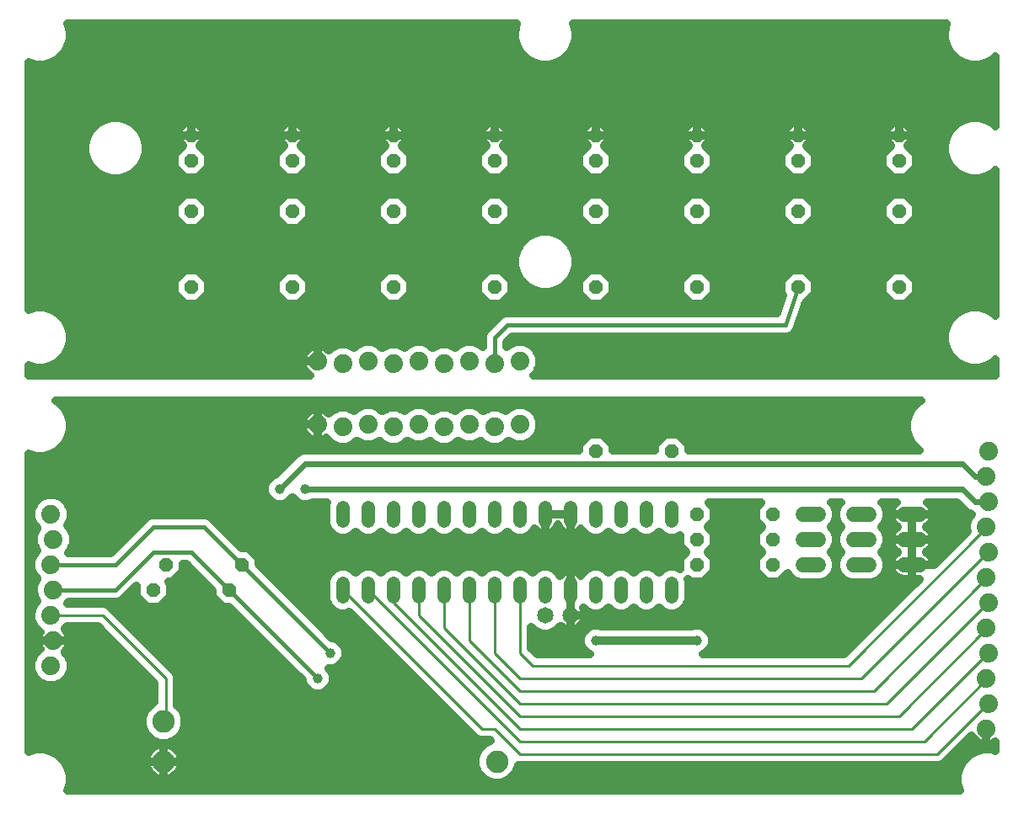
<source format=gbl>
G75*
%MOIN*%
%OFA0B0*%
%FSLAX25Y25*%
%IPPOS*%
%LPD*%
%AMOC8*
5,1,8,0,0,1.08239X$1,22.5*
%
%ADD10C,0.05200*%
%ADD11C,0.07400*%
%ADD12OC8,0.05200*%
%ADD13C,0.06000*%
%ADD14C,0.06500*%
%ADD15C,0.08858*%
%ADD16C,0.03962*%
%ADD17C,0.03200*%
%ADD18C,0.01000*%
%ADD19C,0.02400*%
%ADD20C,0.01600*%
D10*
X0132600Y0085000D02*
X0132600Y0090200D01*
X0142600Y0090200D02*
X0142600Y0085000D01*
X0152600Y0085000D02*
X0152600Y0090200D01*
X0162600Y0090200D02*
X0162600Y0085000D01*
X0172600Y0085000D02*
X0172600Y0090200D01*
X0182600Y0090200D02*
X0182600Y0085000D01*
X0192600Y0085000D02*
X0192600Y0090200D01*
X0202600Y0090200D02*
X0202600Y0085000D01*
X0212600Y0085000D02*
X0212600Y0090200D01*
X0222600Y0090200D02*
X0222600Y0085000D01*
X0232600Y0085000D02*
X0232600Y0090200D01*
X0242600Y0090200D02*
X0242600Y0085000D01*
X0252600Y0085000D02*
X0252600Y0090200D01*
X0262600Y0090200D02*
X0262600Y0085000D01*
X0262600Y0115000D02*
X0262600Y0120200D01*
X0252600Y0120200D02*
X0252600Y0115000D01*
X0242600Y0115000D02*
X0242600Y0120200D01*
X0232600Y0120200D02*
X0232600Y0115000D01*
X0222600Y0115000D02*
X0222600Y0120200D01*
X0212600Y0120200D02*
X0212600Y0115000D01*
X0202600Y0115000D02*
X0202600Y0120200D01*
X0192600Y0120200D02*
X0192600Y0115000D01*
X0182600Y0115000D02*
X0182600Y0120200D01*
X0172600Y0120200D02*
X0172600Y0115000D01*
X0162600Y0115000D02*
X0162600Y0120200D01*
X0152600Y0120200D02*
X0152600Y0115000D01*
X0142600Y0115000D02*
X0142600Y0120200D01*
X0132600Y0120200D02*
X0132600Y0115000D01*
D11*
X0132600Y0152100D03*
X0142600Y0153100D03*
X0152600Y0152100D03*
X0162600Y0153100D03*
X0172600Y0152100D03*
X0182600Y0153100D03*
X0192600Y0152100D03*
X0202600Y0153100D03*
X0202600Y0178100D03*
X0192600Y0177100D03*
X0182600Y0178100D03*
X0172600Y0177100D03*
X0162600Y0178100D03*
X0152600Y0177100D03*
X0142600Y0178100D03*
X0132600Y0177100D03*
X0122600Y0178100D03*
X0122600Y0153100D03*
X0017100Y0117600D03*
X0018100Y0107600D03*
X0017100Y0097600D03*
X0018100Y0087600D03*
X0017100Y0077600D03*
X0018100Y0067600D03*
X0017100Y0057600D03*
X0387100Y0052600D03*
X0388100Y0042600D03*
X0387100Y0032600D03*
X0388100Y0062600D03*
X0387100Y0072600D03*
X0388100Y0082600D03*
X0387100Y0092600D03*
X0388100Y0102600D03*
X0387100Y0112600D03*
X0388100Y0122600D03*
X0387100Y0132600D03*
X0388100Y0142600D03*
D12*
X0352600Y0207600D03*
X0352600Y0237600D03*
X0352600Y0257600D03*
X0352600Y0267600D03*
X0312600Y0267600D03*
X0312600Y0257600D03*
X0312600Y0237600D03*
X0312600Y0207600D03*
X0272600Y0207600D03*
X0272600Y0237600D03*
X0272600Y0257600D03*
X0272600Y0267600D03*
X0232600Y0267600D03*
X0232600Y0257600D03*
X0232600Y0237600D03*
X0232600Y0207600D03*
X0192600Y0207600D03*
X0192600Y0237600D03*
X0192600Y0257600D03*
X0192600Y0267600D03*
X0152600Y0267600D03*
X0152600Y0257600D03*
X0152600Y0237600D03*
X0152600Y0207600D03*
X0112600Y0207600D03*
X0112600Y0237600D03*
X0112600Y0257600D03*
X0112600Y0267600D03*
X0072600Y0267600D03*
X0072600Y0257600D03*
X0072600Y0237600D03*
X0072600Y0207600D03*
X0062600Y0097600D03*
X0057600Y0087600D03*
X0087600Y0087600D03*
X0092600Y0097600D03*
X0232600Y0142600D03*
X0262600Y0142600D03*
X0272600Y0117600D03*
X0272600Y0107600D03*
X0272600Y0097600D03*
X0302600Y0097600D03*
X0302600Y0107600D03*
X0302600Y0117600D03*
D13*
X0314600Y0117600D02*
X0320600Y0117600D01*
X0320600Y0107600D02*
X0314600Y0107600D01*
X0314600Y0097600D02*
X0320600Y0097600D01*
X0334600Y0097600D02*
X0340600Y0097600D01*
X0340600Y0107600D02*
X0334600Y0107600D01*
X0334600Y0117600D02*
X0340600Y0117600D01*
X0354600Y0117600D02*
X0360600Y0117600D01*
X0360600Y0107600D02*
X0354600Y0107600D01*
X0354600Y0097600D02*
X0360600Y0097600D01*
D14*
X0222600Y0077600D03*
X0212600Y0077600D03*
D15*
X0193545Y0019726D03*
X0061655Y0019726D03*
X0061655Y0035474D03*
D16*
X0122600Y0052600D03*
X0127600Y0062600D03*
X0117600Y0127600D03*
X0107600Y0127600D03*
X0232600Y0067600D03*
X0272600Y0067600D03*
D17*
X0024499Y0011033D02*
X0023740Y0008200D01*
X0376460Y0008200D01*
X0375701Y0011033D01*
X0375701Y0014167D01*
X0376512Y0017193D01*
X0378078Y0019906D01*
X0380294Y0022122D01*
X0383007Y0023688D01*
X0386033Y0024499D01*
X0389167Y0024499D01*
X0390701Y0024088D01*
X0390701Y0027429D01*
X0390402Y0027212D01*
X0389518Y0026762D01*
X0388575Y0026455D01*
X0387596Y0026300D01*
X0387100Y0026300D01*
X0387100Y0032600D01*
X0387100Y0032600D01*
X0387100Y0026300D01*
X0386604Y0026300D01*
X0385625Y0026455D01*
X0384682Y0026762D01*
X0383798Y0027212D01*
X0382996Y0027795D01*
X0382295Y0028496D01*
X0381712Y0029298D01*
X0381357Y0029993D01*
X0371415Y0020051D01*
X0370149Y0018785D01*
X0368495Y0018100D01*
X0201974Y0018100D01*
X0201974Y0018049D01*
X0200691Y0014951D01*
X0198320Y0012580D01*
X0195222Y0011297D01*
X0191868Y0011297D01*
X0188770Y0012580D01*
X0186399Y0014951D01*
X0185116Y0018049D01*
X0185116Y0021403D01*
X0186399Y0024501D01*
X0188770Y0026872D01*
X0191029Y0027807D01*
X0190736Y0028100D01*
X0186705Y0028100D01*
X0185051Y0028785D01*
X0134990Y0078846D01*
X0133913Y0078400D01*
X0131287Y0078400D01*
X0128861Y0079405D01*
X0127005Y0081261D01*
X0126000Y0083687D01*
X0126000Y0091513D01*
X0127005Y0093939D01*
X0128861Y0095795D01*
X0131287Y0096800D01*
X0133913Y0096800D01*
X0136339Y0095795D01*
X0137600Y0094534D01*
X0138861Y0095795D01*
X0141287Y0096800D01*
X0143913Y0096800D01*
X0146339Y0095795D01*
X0147600Y0094534D01*
X0148861Y0095795D01*
X0151287Y0096800D01*
X0153913Y0096800D01*
X0156339Y0095795D01*
X0157600Y0094534D01*
X0158861Y0095795D01*
X0161287Y0096800D01*
X0163913Y0096800D01*
X0166339Y0095795D01*
X0167600Y0094534D01*
X0168861Y0095795D01*
X0171287Y0096800D01*
X0173913Y0096800D01*
X0176339Y0095795D01*
X0177600Y0094534D01*
X0178861Y0095795D01*
X0181287Y0096800D01*
X0183913Y0096800D01*
X0186339Y0095795D01*
X0187600Y0094534D01*
X0188861Y0095795D01*
X0191287Y0096800D01*
X0193913Y0096800D01*
X0196339Y0095795D01*
X0197600Y0094534D01*
X0198861Y0095795D01*
X0201287Y0096800D01*
X0203913Y0096800D01*
X0206339Y0095795D01*
X0207600Y0094534D01*
X0208861Y0095795D01*
X0211287Y0096800D01*
X0213913Y0096800D01*
X0216339Y0095795D01*
X0218195Y0093939D01*
X0218447Y0093331D01*
X0218634Y0093588D01*
X0219212Y0094166D01*
X0219875Y0094647D01*
X0220604Y0095019D01*
X0221382Y0095272D01*
X0222191Y0095400D01*
X0222600Y0095400D01*
X0222600Y0087600D01*
X0222600Y0087600D01*
X0222600Y0095400D01*
X0223009Y0095400D01*
X0223818Y0095272D01*
X0224596Y0095019D01*
X0225325Y0094647D01*
X0225988Y0094166D01*
X0226566Y0093588D01*
X0226753Y0093331D01*
X0227005Y0093939D01*
X0228861Y0095795D01*
X0231287Y0096800D01*
X0233913Y0096800D01*
X0236339Y0095795D01*
X0237600Y0094534D01*
X0238861Y0095795D01*
X0241287Y0096800D01*
X0243913Y0096800D01*
X0246339Y0095795D01*
X0247600Y0094534D01*
X0248861Y0095795D01*
X0251287Y0096800D01*
X0253913Y0096800D01*
X0256339Y0095795D01*
X0257600Y0094534D01*
X0258861Y0095795D01*
X0261287Y0096800D01*
X0263913Y0096800D01*
X0266000Y0095935D01*
X0266000Y0100334D01*
X0268266Y0102600D01*
X0266000Y0104866D01*
X0266000Y0109265D01*
X0263913Y0108400D01*
X0261287Y0108400D01*
X0258861Y0109405D01*
X0257600Y0110666D01*
X0256339Y0109405D01*
X0253913Y0108400D01*
X0251287Y0108400D01*
X0248861Y0109405D01*
X0247600Y0110666D01*
X0246339Y0109405D01*
X0243913Y0108400D01*
X0241287Y0108400D01*
X0238861Y0109405D01*
X0237600Y0110666D01*
X0236339Y0109405D01*
X0233913Y0108400D01*
X0231287Y0108400D01*
X0228861Y0109405D01*
X0227005Y0111261D01*
X0226753Y0111869D01*
X0226566Y0111612D01*
X0225988Y0111034D01*
X0225325Y0110553D01*
X0224596Y0110181D01*
X0223818Y0109928D01*
X0223009Y0109800D01*
X0222600Y0109800D01*
X0222600Y0117600D01*
X0222600Y0117600D01*
X0222600Y0117600D01*
X0217800Y0117600D01*
X0212600Y0117600D01*
X0212600Y0117600D01*
X0212600Y0109800D01*
X0213009Y0109800D01*
X0213818Y0109928D01*
X0214596Y0110181D01*
X0215325Y0110553D01*
X0215988Y0111034D01*
X0216566Y0111612D01*
X0217047Y0112275D01*
X0217419Y0113004D01*
X0217600Y0113561D01*
X0217781Y0113004D01*
X0218153Y0112275D01*
X0218634Y0111612D01*
X0219212Y0111034D01*
X0219875Y0110553D01*
X0220604Y0110181D01*
X0221382Y0109928D01*
X0222191Y0109800D01*
X0222600Y0109800D01*
X0222600Y0117600D01*
X0212600Y0117600D01*
X0212600Y0117600D01*
X0212600Y0109800D01*
X0212191Y0109800D01*
X0211382Y0109928D01*
X0210604Y0110181D01*
X0209875Y0110553D01*
X0209212Y0111034D01*
X0208634Y0111612D01*
X0208447Y0111869D01*
X0208195Y0111261D01*
X0206339Y0109405D01*
X0203913Y0108400D01*
X0201287Y0108400D01*
X0198861Y0109405D01*
X0197600Y0110666D01*
X0196339Y0109405D01*
X0193913Y0108400D01*
X0191287Y0108400D01*
X0188861Y0109405D01*
X0187600Y0110666D01*
X0186339Y0109405D01*
X0183913Y0108400D01*
X0181287Y0108400D01*
X0178861Y0109405D01*
X0177600Y0110666D01*
X0176339Y0109405D01*
X0173913Y0108400D01*
X0171287Y0108400D01*
X0168861Y0109405D01*
X0167600Y0110666D01*
X0166339Y0109405D01*
X0163913Y0108400D01*
X0161287Y0108400D01*
X0158861Y0109405D01*
X0157600Y0110666D01*
X0156339Y0109405D01*
X0153913Y0108400D01*
X0151287Y0108400D01*
X0148861Y0109405D01*
X0147600Y0110666D01*
X0146339Y0109405D01*
X0143913Y0108400D01*
X0141287Y0108400D01*
X0138861Y0109405D01*
X0137600Y0110666D01*
X0136339Y0109405D01*
X0133913Y0108400D01*
X0131287Y0108400D01*
X0128861Y0109405D01*
X0127005Y0111261D01*
X0126000Y0113687D01*
X0126000Y0121513D01*
X0126367Y0122400D01*
X0120675Y0122400D01*
X0118790Y0121619D01*
X0116410Y0121619D01*
X0114212Y0122529D01*
X0112600Y0124141D01*
X0110988Y0122529D01*
X0108790Y0121619D01*
X0106410Y0121619D01*
X0104212Y0122529D01*
X0102529Y0124212D01*
X0101619Y0126410D01*
X0101619Y0128790D01*
X0102529Y0130988D01*
X0104212Y0132671D01*
X0106098Y0133452D01*
X0114654Y0142008D01*
X0116566Y0142800D01*
X0226000Y0142800D01*
X0226000Y0145334D01*
X0229866Y0149200D01*
X0235334Y0149200D01*
X0239200Y0145334D01*
X0239200Y0142800D01*
X0256000Y0142800D01*
X0256000Y0145334D01*
X0259866Y0149200D01*
X0265334Y0149200D01*
X0269200Y0145334D01*
X0269200Y0142800D01*
X0360776Y0142800D01*
X0360294Y0143078D01*
X0358078Y0145294D01*
X0356512Y0148007D01*
X0355701Y0151033D01*
X0355701Y0154167D01*
X0356512Y0157193D01*
X0358078Y0159906D01*
X0360294Y0162122D01*
X0361122Y0162600D01*
X0019078Y0162600D01*
X0019906Y0162122D01*
X0022122Y0159906D01*
X0023688Y0157193D01*
X0024499Y0154167D01*
X0024499Y0151033D01*
X0023688Y0148007D01*
X0022122Y0145294D01*
X0019906Y0143078D01*
X0017193Y0141512D01*
X0014167Y0140701D01*
X0011033Y0140701D01*
X0008200Y0141460D01*
X0008200Y0023740D01*
X0011033Y0024499D01*
X0014167Y0024499D01*
X0017193Y0023688D01*
X0019906Y0022122D01*
X0022122Y0019906D01*
X0023688Y0017193D01*
X0024499Y0014167D01*
X0024499Y0011033D01*
X0024499Y0012196D02*
X0189699Y0012196D01*
X0186216Y0015394D02*
X0067191Y0015394D01*
X0066951Y0015081D02*
X0067512Y0015812D01*
X0067973Y0016610D01*
X0068325Y0017462D01*
X0068564Y0018352D01*
X0068684Y0019265D01*
X0068684Y0019726D01*
X0068684Y0020187D01*
X0068564Y0021100D01*
X0068325Y0021990D01*
X0067973Y0022842D01*
X0067512Y0023640D01*
X0066951Y0024371D01*
X0066300Y0025022D01*
X0065569Y0025583D01*
X0064771Y0026044D01*
X0063919Y0026396D01*
X0063029Y0026635D01*
X0062116Y0026755D01*
X0061655Y0026755D01*
X0061194Y0026755D01*
X0060281Y0026635D01*
X0059391Y0026396D01*
X0058540Y0026044D01*
X0057742Y0025583D01*
X0057011Y0025022D01*
X0056359Y0024371D01*
X0055798Y0023640D01*
X0055337Y0022842D01*
X0054985Y0021990D01*
X0054746Y0021100D01*
X0054626Y0020187D01*
X0054626Y0019726D01*
X0061655Y0019726D01*
X0061655Y0019726D01*
X0054626Y0019726D01*
X0054626Y0019265D01*
X0054746Y0018352D01*
X0054985Y0017462D01*
X0055337Y0016610D01*
X0055798Y0015812D01*
X0056359Y0015081D01*
X0057011Y0014430D01*
X0057742Y0013869D01*
X0058540Y0013408D01*
X0059391Y0013056D01*
X0060281Y0012817D01*
X0061194Y0012697D01*
X0061655Y0012697D01*
X0061655Y0019726D01*
X0061655Y0026755D01*
X0061655Y0019726D01*
X0061655Y0019726D01*
X0061655Y0019726D01*
X0061655Y0012697D01*
X0062116Y0012697D01*
X0063029Y0012817D01*
X0063919Y0013056D01*
X0064771Y0013408D01*
X0065569Y0013869D01*
X0066300Y0014430D01*
X0066951Y0015081D01*
X0068596Y0018593D02*
X0185116Y0018593D01*
X0185277Y0021791D02*
X0068379Y0021791D01*
X0068684Y0019726D02*
X0061655Y0019726D01*
X0061655Y0019726D01*
X0068684Y0019726D01*
X0066332Y0024990D02*
X0186888Y0024990D01*
X0186492Y0028188D02*
X0066092Y0028188D01*
X0066430Y0028328D02*
X0068801Y0030699D01*
X0070084Y0033797D01*
X0070084Y0037151D01*
X0068801Y0040249D01*
X0067100Y0041950D01*
X0067100Y0053495D01*
X0066415Y0055149D01*
X0065149Y0056415D01*
X0040149Y0081415D01*
X0038495Y0082100D01*
X0023489Y0082100D01*
X0024189Y0082800D01*
X0043555Y0082800D01*
X0045319Y0083531D01*
X0046669Y0084881D01*
X0051000Y0089212D01*
X0051000Y0084866D01*
X0054866Y0081000D01*
X0060334Y0081000D01*
X0064200Y0084866D01*
X0064200Y0090334D01*
X0063534Y0091000D01*
X0065334Y0091000D01*
X0069200Y0094866D01*
X0069200Y0097800D01*
X0070612Y0097800D01*
X0081000Y0087412D01*
X0081000Y0084866D01*
X0084866Y0081000D01*
X0087412Y0081000D01*
X0116619Y0051793D01*
X0116619Y0051410D01*
X0117529Y0049212D01*
X0119212Y0047529D01*
X0121410Y0046619D01*
X0123790Y0046619D01*
X0125988Y0047529D01*
X0127671Y0049212D01*
X0128581Y0051410D01*
X0128581Y0053790D01*
X0127671Y0055988D01*
X0127040Y0056619D01*
X0128790Y0056619D01*
X0130988Y0057529D01*
X0132671Y0059212D01*
X0133581Y0061410D01*
X0133581Y0063790D01*
X0132671Y0065988D01*
X0130988Y0067671D01*
X0128790Y0068581D01*
X0128407Y0068581D01*
X0099200Y0097788D01*
X0099200Y0100334D01*
X0095334Y0104200D01*
X0092788Y0104200D01*
X0081669Y0115319D01*
X0080319Y0116669D01*
X0078555Y0117400D01*
X0056645Y0117400D01*
X0054881Y0116669D01*
X0053531Y0115319D01*
X0040612Y0102400D01*
X0023789Y0102400D01*
X0024628Y0103238D01*
X0025800Y0106068D01*
X0025800Y0109132D01*
X0024628Y0111962D01*
X0023489Y0113100D01*
X0023628Y0113238D01*
X0024800Y0116068D01*
X0024800Y0119132D01*
X0023628Y0121962D01*
X0021462Y0124128D01*
X0018632Y0125300D01*
X0015568Y0125300D01*
X0012738Y0124128D01*
X0010572Y0121962D01*
X0009400Y0119132D01*
X0009400Y0116068D01*
X0010572Y0113238D01*
X0011711Y0112100D01*
X0011572Y0111962D01*
X0010400Y0109132D01*
X0010400Y0106068D01*
X0011572Y0103238D01*
X0011711Y0103100D01*
X0010572Y0101962D01*
X0009400Y0099132D01*
X0009400Y0096068D01*
X0010572Y0093238D01*
X0011711Y0092100D01*
X0011572Y0091962D01*
X0010400Y0089132D01*
X0010400Y0086068D01*
X0011572Y0083238D01*
X0011711Y0083100D01*
X0010572Y0081962D01*
X0009400Y0079132D01*
X0009400Y0076068D01*
X0010572Y0073238D01*
X0012738Y0071072D01*
X0012813Y0071041D01*
X0012712Y0070902D01*
X0012262Y0070018D01*
X0011955Y0069075D01*
X0011800Y0068096D01*
X0011800Y0067600D01*
X0018100Y0067600D01*
X0024400Y0067600D01*
X0024400Y0068096D01*
X0024245Y0069075D01*
X0023938Y0070018D01*
X0023488Y0070902D01*
X0022905Y0071704D01*
X0022499Y0072110D01*
X0023489Y0073100D01*
X0035736Y0073100D01*
X0058100Y0050736D01*
X0058100Y0043125D01*
X0056880Y0042620D01*
X0054509Y0040249D01*
X0053226Y0037151D01*
X0053226Y0033797D01*
X0054509Y0030699D01*
X0056880Y0028328D01*
X0059978Y0027045D01*
X0063332Y0027045D01*
X0066430Y0028328D01*
X0069086Y0031387D02*
X0182449Y0031387D01*
X0179251Y0034585D02*
X0070084Y0034585D01*
X0069822Y0037784D02*
X0176052Y0037784D01*
X0172854Y0040982D02*
X0068068Y0040982D01*
X0067100Y0044181D02*
X0169655Y0044181D01*
X0166457Y0047379D02*
X0125625Y0047379D01*
X0128236Y0050578D02*
X0163258Y0050578D01*
X0160060Y0053776D02*
X0128581Y0053776D01*
X0129649Y0056975D02*
X0156861Y0056975D01*
X0153663Y0060173D02*
X0133069Y0060173D01*
X0133581Y0063372D02*
X0150464Y0063372D01*
X0147266Y0066570D02*
X0132088Y0066570D01*
X0127219Y0069769D02*
X0144067Y0069769D01*
X0140869Y0072967D02*
X0124021Y0072967D01*
X0120822Y0076166D02*
X0137670Y0076166D01*
X0128959Y0079364D02*
X0117624Y0079364D01*
X0114425Y0082563D02*
X0126466Y0082563D01*
X0126000Y0085761D02*
X0111227Y0085761D01*
X0108028Y0088960D02*
X0126000Y0088960D01*
X0126267Y0092158D02*
X0104830Y0092158D01*
X0101631Y0095357D02*
X0128423Y0095357D01*
X0136777Y0095357D02*
X0138423Y0095357D01*
X0146777Y0095357D02*
X0148423Y0095357D01*
X0156777Y0095357D02*
X0158423Y0095357D01*
X0166777Y0095357D02*
X0168423Y0095357D01*
X0176777Y0095357D02*
X0178423Y0095357D01*
X0186777Y0095357D02*
X0188423Y0095357D01*
X0196777Y0095357D02*
X0198423Y0095357D01*
X0206777Y0095357D02*
X0208423Y0095357D01*
X0216777Y0095357D02*
X0221918Y0095357D01*
X0222600Y0095357D02*
X0222600Y0095357D01*
X0223282Y0095357D02*
X0228423Y0095357D01*
X0222600Y0092158D02*
X0222600Y0092158D01*
X0222600Y0088960D02*
X0222600Y0088960D01*
X0222600Y0087600D02*
X0222600Y0077600D01*
X0228450Y0077600D01*
X0228450Y0078060D01*
X0228306Y0078970D01*
X0228021Y0079846D01*
X0227607Y0080659D01*
X0228861Y0079405D01*
X0231287Y0078400D01*
X0233913Y0078400D01*
X0236339Y0079405D01*
X0237600Y0080666D01*
X0238861Y0079405D01*
X0241287Y0078400D01*
X0243913Y0078400D01*
X0246339Y0079405D01*
X0247600Y0080666D01*
X0248861Y0079405D01*
X0251287Y0078400D01*
X0253913Y0078400D01*
X0256339Y0079405D01*
X0257600Y0080666D01*
X0258861Y0079405D01*
X0261287Y0078400D01*
X0263913Y0078400D01*
X0266339Y0079405D01*
X0268195Y0081261D01*
X0269200Y0083687D01*
X0269200Y0091513D01*
X0269092Y0091775D01*
X0269866Y0091000D01*
X0275334Y0091000D01*
X0279200Y0094866D01*
X0279200Y0100334D01*
X0276934Y0102600D01*
X0279200Y0104866D01*
X0279200Y0110334D01*
X0276934Y0112600D01*
X0279200Y0114866D01*
X0279200Y0120334D01*
X0277134Y0122400D01*
X0298066Y0122400D01*
X0296000Y0120334D01*
X0296000Y0114866D01*
X0298266Y0112600D01*
X0296000Y0110334D01*
X0296000Y0104866D01*
X0298266Y0102600D01*
X0296000Y0100334D01*
X0296000Y0094866D01*
X0299866Y0091000D01*
X0305334Y0091000D01*
X0308462Y0094128D01*
X0308666Y0093635D01*
X0310635Y0091666D01*
X0313208Y0090600D01*
X0321992Y0090600D01*
X0324565Y0091666D01*
X0326534Y0093635D01*
X0327600Y0096208D01*
X0328666Y0093635D01*
X0330635Y0091666D01*
X0333208Y0090600D01*
X0341992Y0090600D01*
X0344565Y0091666D01*
X0346534Y0093635D01*
X0347600Y0096208D01*
X0347600Y0098992D01*
X0346534Y0101565D01*
X0345499Y0102600D01*
X0346534Y0103635D01*
X0347600Y0106208D01*
X0347600Y0108992D01*
X0346534Y0111565D01*
X0345499Y0112600D01*
X0346534Y0113635D01*
X0347600Y0116208D01*
X0347600Y0118992D01*
X0346534Y0121565D01*
X0345699Y0122400D01*
X0351685Y0122400D01*
X0351665Y0122390D01*
X0350952Y0121871D01*
X0350329Y0121248D01*
X0349810Y0120535D01*
X0349410Y0119750D01*
X0349138Y0118911D01*
X0349000Y0118041D01*
X0349000Y0117600D01*
X0357600Y0117600D01*
X0366200Y0117600D01*
X0366200Y0118041D01*
X0366062Y0118911D01*
X0365790Y0119750D01*
X0365390Y0120535D01*
X0364871Y0121248D01*
X0364248Y0121871D01*
X0363535Y0122390D01*
X0363514Y0122400D01*
X0375446Y0122400D01*
X0379654Y0118192D01*
X0381173Y0117563D01*
X0380572Y0116962D01*
X0379400Y0114132D01*
X0379400Y0111068D01*
X0379489Y0110853D01*
X0366200Y0097564D01*
X0366200Y0097600D01*
X0366200Y0098041D01*
X0366062Y0098911D01*
X0365790Y0099750D01*
X0365390Y0100535D01*
X0364871Y0101248D01*
X0364248Y0101871D01*
X0363535Y0102390D01*
X0363122Y0102600D01*
X0363535Y0102810D01*
X0364248Y0103329D01*
X0364871Y0103952D01*
X0365390Y0104665D01*
X0365790Y0105450D01*
X0366062Y0106289D01*
X0366200Y0107159D01*
X0366200Y0107600D01*
X0366200Y0108041D01*
X0366062Y0108911D01*
X0365790Y0109750D01*
X0365390Y0110535D01*
X0364871Y0111248D01*
X0364248Y0111871D01*
X0363535Y0112390D01*
X0363122Y0112600D01*
X0363535Y0112810D01*
X0364248Y0113329D01*
X0364871Y0113952D01*
X0365390Y0114665D01*
X0365790Y0115450D01*
X0366062Y0116289D01*
X0366200Y0117159D01*
X0366200Y0117600D01*
X0357600Y0117600D01*
X0357600Y0117600D01*
X0357600Y0112000D01*
X0357600Y0107600D01*
X0357600Y0107600D01*
X0366200Y0107600D01*
X0357600Y0107600D01*
X0357600Y0107600D01*
X0357600Y0117600D01*
X0357600Y0117600D01*
X0357600Y0117600D01*
X0349000Y0117600D01*
X0349000Y0117159D01*
X0349138Y0116289D01*
X0349410Y0115450D01*
X0349810Y0114665D01*
X0350329Y0113952D01*
X0350952Y0113329D01*
X0351665Y0112810D01*
X0352078Y0112600D01*
X0351665Y0112390D01*
X0350952Y0111871D01*
X0350329Y0111248D01*
X0349810Y0110535D01*
X0349410Y0109750D01*
X0349138Y0108911D01*
X0349000Y0108041D01*
X0349000Y0107600D01*
X0357600Y0107600D01*
X0357600Y0107600D01*
X0357600Y0102000D01*
X0357600Y0097600D01*
X0366200Y0097600D01*
X0357600Y0097600D01*
X0357600Y0097600D01*
X0357600Y0097600D01*
X0357600Y0092000D01*
X0360636Y0092000D01*
X0330736Y0062100D01*
X0274951Y0062100D01*
X0275988Y0062529D01*
X0277671Y0064212D01*
X0278581Y0066410D01*
X0278581Y0068790D01*
X0277671Y0070988D01*
X0275988Y0072671D01*
X0273790Y0073581D01*
X0271410Y0073581D01*
X0270490Y0073200D01*
X0234710Y0073200D01*
X0233790Y0073581D01*
X0231410Y0073581D01*
X0229212Y0072671D01*
X0227529Y0070988D01*
X0226619Y0068790D01*
X0226619Y0066410D01*
X0227529Y0064212D01*
X0229212Y0062529D01*
X0230249Y0062100D01*
X0209464Y0062100D01*
X0207100Y0064464D01*
X0207100Y0072847D01*
X0208493Y0071454D01*
X0211158Y0070350D01*
X0214042Y0070350D01*
X0216707Y0071454D01*
X0218590Y0073337D01*
X0218789Y0073138D01*
X0219534Y0072597D01*
X0220354Y0072179D01*
X0221230Y0071894D01*
X0222140Y0071750D01*
X0222600Y0071750D01*
X0223060Y0071750D01*
X0223970Y0071894D01*
X0224846Y0072179D01*
X0225666Y0072597D01*
X0226411Y0073138D01*
X0227062Y0073789D01*
X0227603Y0074534D01*
X0228021Y0075354D01*
X0228306Y0076230D01*
X0228450Y0077140D01*
X0228450Y0077600D01*
X0222600Y0077600D01*
X0222600Y0077600D01*
X0222600Y0077600D01*
X0222600Y0071750D01*
X0222600Y0077600D01*
X0222600Y0077600D01*
X0222600Y0083450D01*
X0222600Y0087600D01*
X0222600Y0087600D01*
X0222600Y0085761D02*
X0222600Y0085761D01*
X0222600Y0082563D02*
X0222600Y0082563D01*
X0222600Y0079364D02*
X0222600Y0079364D01*
X0222600Y0076166D02*
X0222600Y0076166D01*
X0222600Y0072967D02*
X0222600Y0072967D01*
X0226176Y0072967D02*
X0229928Y0072967D01*
X0228285Y0076166D02*
X0344802Y0076166D01*
X0348000Y0079364D02*
X0266241Y0079364D01*
X0268734Y0082563D02*
X0351199Y0082563D01*
X0354397Y0085761D02*
X0269200Y0085761D01*
X0269200Y0088960D02*
X0357596Y0088960D01*
X0357600Y0092000D02*
X0354159Y0092000D01*
X0353289Y0092138D01*
X0352450Y0092410D01*
X0351665Y0092810D01*
X0350952Y0093329D01*
X0350329Y0093952D01*
X0349810Y0094665D01*
X0349410Y0095450D01*
X0349138Y0096289D01*
X0349000Y0097159D01*
X0349000Y0097600D01*
X0357600Y0097600D01*
X0357600Y0097600D01*
X0357600Y0097600D01*
X0357600Y0107600D01*
X0357600Y0107600D01*
X0349000Y0107600D01*
X0349000Y0107159D01*
X0349138Y0106289D01*
X0349410Y0105450D01*
X0349810Y0104665D01*
X0350329Y0103952D01*
X0350952Y0103329D01*
X0351665Y0102810D01*
X0352078Y0102600D01*
X0351665Y0102390D01*
X0350952Y0101871D01*
X0350329Y0101248D01*
X0349810Y0100535D01*
X0349410Y0099750D01*
X0349138Y0098911D01*
X0349000Y0098041D01*
X0349000Y0097600D01*
X0357600Y0097600D01*
X0357600Y0092000D01*
X0357600Y0092158D02*
X0357600Y0092158D01*
X0357600Y0095357D02*
X0357600Y0095357D01*
X0357600Y0098555D02*
X0357600Y0098555D01*
X0357600Y0101754D02*
X0357600Y0101754D01*
X0357600Y0104952D02*
X0357600Y0104952D01*
X0357600Y0108151D02*
X0357600Y0108151D01*
X0357600Y0111349D02*
X0357600Y0111349D01*
X0357600Y0114548D02*
X0357600Y0114548D01*
X0365304Y0114548D02*
X0379572Y0114548D01*
X0379400Y0111349D02*
X0364770Y0111349D01*
X0366183Y0108151D02*
X0376787Y0108151D01*
X0373588Y0104952D02*
X0365536Y0104952D01*
X0364366Y0101754D02*
X0370390Y0101754D01*
X0367191Y0098555D02*
X0366118Y0098555D01*
X0353226Y0092158D02*
X0345058Y0092158D01*
X0347248Y0095357D02*
X0349458Y0095357D01*
X0349082Y0098555D02*
X0347600Y0098555D01*
X0346346Y0101754D02*
X0350834Y0101754D01*
X0349664Y0104952D02*
X0347080Y0104952D01*
X0347600Y0108151D02*
X0349017Y0108151D01*
X0350430Y0111349D02*
X0346624Y0111349D01*
X0346912Y0114548D02*
X0349895Y0114548D01*
X0349000Y0117746D02*
X0347600Y0117746D01*
X0346791Y0120945D02*
X0350108Y0120945D01*
X0365092Y0120945D02*
X0376901Y0120945D01*
X0380729Y0117746D02*
X0366200Y0117746D01*
X0360037Y0143334D02*
X0269200Y0143334D01*
X0268001Y0146533D02*
X0357363Y0146533D01*
X0356050Y0149732D02*
X0209539Y0149732D01*
X0209128Y0148738D02*
X0210300Y0151568D01*
X0210300Y0154632D01*
X0209128Y0157462D01*
X0206962Y0159628D01*
X0204132Y0160800D01*
X0201068Y0160800D01*
X0198238Y0159628D01*
X0197100Y0158489D01*
X0196962Y0158628D01*
X0194132Y0159800D01*
X0191068Y0159800D01*
X0188238Y0158628D01*
X0188100Y0158489D01*
X0186962Y0159628D01*
X0184132Y0160800D01*
X0181068Y0160800D01*
X0178238Y0159628D01*
X0177100Y0158489D01*
X0176962Y0158628D01*
X0174132Y0159800D01*
X0171068Y0159800D01*
X0168238Y0158628D01*
X0168100Y0158489D01*
X0166962Y0159628D01*
X0164132Y0160800D01*
X0161068Y0160800D01*
X0158238Y0159628D01*
X0157100Y0158489D01*
X0156962Y0158628D01*
X0154132Y0159800D01*
X0151068Y0159800D01*
X0148238Y0158628D01*
X0148100Y0158489D01*
X0146962Y0159628D01*
X0144132Y0160800D01*
X0141068Y0160800D01*
X0138238Y0159628D01*
X0137100Y0158489D01*
X0136962Y0158628D01*
X0134132Y0159800D01*
X0131068Y0159800D01*
X0128238Y0158628D01*
X0127110Y0157499D01*
X0126704Y0157905D01*
X0125902Y0158488D01*
X0125018Y0158938D01*
X0124075Y0159245D01*
X0123096Y0159400D01*
X0122600Y0159400D01*
X0122600Y0153100D01*
X0122600Y0153100D01*
X0122600Y0153100D01*
X0116300Y0153100D01*
X0116300Y0153596D01*
X0116455Y0154575D01*
X0116762Y0155518D01*
X0117212Y0156402D01*
X0117795Y0157204D01*
X0118496Y0157905D01*
X0119298Y0158488D01*
X0120182Y0158938D01*
X0121125Y0159245D01*
X0122104Y0159400D01*
X0122600Y0159400D01*
X0122600Y0153100D01*
X0122600Y0146800D01*
X0123096Y0146800D01*
X0124075Y0146955D01*
X0125018Y0147262D01*
X0125902Y0147712D01*
X0126041Y0147813D01*
X0126072Y0147738D01*
X0128238Y0145572D01*
X0131068Y0144400D01*
X0134132Y0144400D01*
X0136962Y0145572D01*
X0138100Y0146711D01*
X0138238Y0146572D01*
X0141068Y0145400D01*
X0144132Y0145400D01*
X0146962Y0146572D01*
X0147100Y0146711D01*
X0148238Y0145572D01*
X0151068Y0144400D01*
X0154132Y0144400D01*
X0156962Y0145572D01*
X0158100Y0146711D01*
X0158238Y0146572D01*
X0161068Y0145400D01*
X0164132Y0145400D01*
X0166962Y0146572D01*
X0167100Y0146711D01*
X0168238Y0145572D01*
X0171068Y0144400D01*
X0174132Y0144400D01*
X0176962Y0145572D01*
X0178100Y0146711D01*
X0178238Y0146572D01*
X0181068Y0145400D01*
X0184132Y0145400D01*
X0186962Y0146572D01*
X0187100Y0146711D01*
X0188238Y0145572D01*
X0191068Y0144400D01*
X0194132Y0144400D01*
X0196962Y0145572D01*
X0198100Y0146711D01*
X0198238Y0146572D01*
X0201068Y0145400D01*
X0204132Y0145400D01*
X0206962Y0146572D01*
X0209128Y0148738D01*
X0206867Y0146533D02*
X0227199Y0146533D01*
X0226000Y0143334D02*
X0020163Y0143334D01*
X0022837Y0146533D02*
X0127278Y0146533D01*
X0122600Y0146800D02*
X0122600Y0153100D01*
X0122600Y0153100D01*
X0116300Y0153100D01*
X0116300Y0152604D01*
X0116455Y0151625D01*
X0116762Y0150682D01*
X0117212Y0149798D01*
X0117795Y0148996D01*
X0118496Y0148295D01*
X0119298Y0147712D01*
X0120182Y0147262D01*
X0121125Y0146955D01*
X0122104Y0146800D01*
X0122600Y0146800D01*
X0122600Y0149732D02*
X0122600Y0149732D01*
X0122600Y0152930D02*
X0122600Y0152930D01*
X0122600Y0156129D02*
X0122600Y0156129D01*
X0122600Y0159327D02*
X0122600Y0159327D01*
X0123556Y0159327D02*
X0129927Y0159327D01*
X0135273Y0159327D02*
X0137938Y0159327D01*
X0147262Y0159327D02*
X0149927Y0159327D01*
X0155273Y0159327D02*
X0157938Y0159327D01*
X0167262Y0159327D02*
X0169927Y0159327D01*
X0175273Y0159327D02*
X0177938Y0159327D01*
X0187262Y0159327D02*
X0189927Y0159327D01*
X0195273Y0159327D02*
X0197938Y0159327D01*
X0207262Y0159327D02*
X0357744Y0159327D01*
X0356227Y0156129D02*
X0209680Y0156129D01*
X0210300Y0152930D02*
X0355701Y0152930D01*
X0360993Y0162526D02*
X0019207Y0162526D01*
X0022456Y0159327D02*
X0121644Y0159327D01*
X0117072Y0156129D02*
X0023973Y0156129D01*
X0024499Y0152930D02*
X0116300Y0152930D01*
X0117260Y0149732D02*
X0024150Y0149732D01*
X0008200Y0140136D02*
X0112782Y0140136D01*
X0109584Y0136937D02*
X0008200Y0136937D01*
X0008200Y0133739D02*
X0106385Y0133739D01*
X0102344Y0130540D02*
X0008200Y0130540D01*
X0008200Y0127342D02*
X0101619Y0127342D01*
X0102598Y0124143D02*
X0021424Y0124143D01*
X0024049Y0120945D02*
X0126000Y0120945D01*
X0126000Y0117746D02*
X0024800Y0117746D01*
X0024170Y0114548D02*
X0052760Y0114548D01*
X0049561Y0111349D02*
X0024881Y0111349D01*
X0025800Y0108151D02*
X0046363Y0108151D01*
X0043164Y0104952D02*
X0025338Y0104952D01*
X0010862Y0104952D02*
X0008200Y0104952D01*
X0008200Y0101754D02*
X0010486Y0101754D01*
X0009400Y0098555D02*
X0008200Y0098555D01*
X0008200Y0095357D02*
X0009695Y0095357D01*
X0008200Y0092158D02*
X0011652Y0092158D01*
X0010400Y0088960D02*
X0008200Y0088960D01*
X0008200Y0085761D02*
X0010527Y0085761D01*
X0011173Y0082563D02*
X0008200Y0082563D01*
X0008200Y0079364D02*
X0009496Y0079364D01*
X0009400Y0076166D02*
X0008200Y0076166D01*
X0008200Y0072967D02*
X0010843Y0072967D01*
X0012180Y0069769D02*
X0008200Y0069769D01*
X0008200Y0066570D02*
X0011885Y0066570D01*
X0011955Y0066125D02*
X0012262Y0065182D01*
X0012712Y0064298D01*
X0012813Y0064159D01*
X0012738Y0064128D01*
X0010572Y0061962D01*
X0009400Y0059132D01*
X0009400Y0056068D01*
X0010572Y0053238D01*
X0012738Y0051072D01*
X0015568Y0049900D01*
X0018632Y0049900D01*
X0021462Y0051072D01*
X0023628Y0053238D01*
X0024800Y0056068D01*
X0024800Y0059132D01*
X0023628Y0061962D01*
X0022499Y0063090D01*
X0022905Y0063496D01*
X0023488Y0064298D01*
X0023938Y0065182D01*
X0024245Y0066125D01*
X0024400Y0067104D01*
X0024400Y0067600D01*
X0018100Y0067600D01*
X0018100Y0067600D01*
X0018100Y0067600D01*
X0011800Y0067600D01*
X0011800Y0067104D01*
X0011955Y0066125D01*
X0011982Y0063372D02*
X0008200Y0063372D01*
X0008200Y0060173D02*
X0009831Y0060173D01*
X0009400Y0056975D02*
X0008200Y0056975D01*
X0008200Y0053776D02*
X0010349Y0053776D01*
X0008200Y0050578D02*
X0013932Y0050578D01*
X0008200Y0047379D02*
X0058100Y0047379D01*
X0058100Y0044181D02*
X0008200Y0044181D01*
X0008200Y0040982D02*
X0055243Y0040982D01*
X0053488Y0037784D02*
X0008200Y0037784D01*
X0008200Y0034585D02*
X0053226Y0034585D01*
X0054225Y0031387D02*
X0008200Y0031387D01*
X0008200Y0028188D02*
X0057218Y0028188D01*
X0056978Y0024990D02*
X0008200Y0024990D01*
X0020237Y0021791D02*
X0054931Y0021791D01*
X0054715Y0018593D02*
X0022880Y0018593D01*
X0024170Y0015394D02*
X0056119Y0015394D01*
X0061655Y0015394D02*
X0061655Y0015394D01*
X0061655Y0018593D02*
X0061655Y0018593D01*
X0061655Y0021791D02*
X0061655Y0021791D01*
X0061655Y0024990D02*
X0061655Y0024990D01*
X0067100Y0047379D02*
X0119575Y0047379D01*
X0116964Y0050578D02*
X0067100Y0050578D01*
X0066984Y0053776D02*
X0114636Y0053776D01*
X0111437Y0056975D02*
X0064589Y0056975D01*
X0061391Y0060173D02*
X0108239Y0060173D01*
X0105040Y0063372D02*
X0058192Y0063372D01*
X0054994Y0066570D02*
X0101842Y0066570D01*
X0098643Y0069769D02*
X0051795Y0069769D01*
X0048597Y0072967D02*
X0095445Y0072967D01*
X0092246Y0076166D02*
X0045398Y0076166D01*
X0042200Y0079364D02*
X0089048Y0079364D01*
X0083303Y0082563D02*
X0061897Y0082563D01*
X0064200Y0085761D02*
X0081000Y0085761D01*
X0079452Y0088960D02*
X0064200Y0088960D01*
X0066492Y0092158D02*
X0076253Y0092158D01*
X0073055Y0095357D02*
X0069200Y0095357D01*
X0053303Y0082563D02*
X0023952Y0082563D01*
X0023357Y0072967D02*
X0035869Y0072967D01*
X0039067Y0069769D02*
X0024020Y0069769D01*
X0024315Y0066570D02*
X0042266Y0066570D01*
X0045464Y0063372D02*
X0022781Y0063372D01*
X0024369Y0060173D02*
X0048663Y0060173D01*
X0051861Y0056975D02*
X0024800Y0056975D01*
X0023851Y0053776D02*
X0055060Y0053776D01*
X0058100Y0050578D02*
X0020268Y0050578D01*
X0047549Y0085761D02*
X0051000Y0085761D01*
X0051000Y0088960D02*
X0050748Y0088960D01*
X0082440Y0114548D02*
X0126000Y0114548D01*
X0126968Y0111349D02*
X0085639Y0111349D01*
X0088837Y0108151D02*
X0266000Y0108151D01*
X0266000Y0104952D02*
X0092036Y0104952D01*
X0097780Y0101754D02*
X0267420Y0101754D01*
X0266000Y0098555D02*
X0099200Y0098555D01*
X0137922Y0146533D02*
X0138333Y0146533D01*
X0146867Y0146533D02*
X0147278Y0146533D01*
X0157922Y0146533D02*
X0158333Y0146533D01*
X0166867Y0146533D02*
X0167278Y0146533D01*
X0177922Y0146533D02*
X0178333Y0146533D01*
X0186867Y0146533D02*
X0187278Y0146533D01*
X0197922Y0146533D02*
X0198333Y0146533D01*
X0207989Y0172600D02*
X0209128Y0173738D01*
X0210300Y0176568D01*
X0210300Y0179632D01*
X0209128Y0182462D01*
X0206962Y0184628D01*
X0204132Y0185800D01*
X0201068Y0185800D01*
X0198238Y0184628D01*
X0197400Y0183789D01*
X0197400Y0185612D01*
X0199588Y0187800D01*
X0306821Y0187800D01*
X0306988Y0187744D01*
X0307770Y0187800D01*
X0308555Y0187800D01*
X0308717Y0187867D01*
X0308893Y0187880D01*
X0309594Y0188231D01*
X0310319Y0188531D01*
X0310443Y0188655D01*
X0310601Y0188734D01*
X0311115Y0189326D01*
X0311669Y0189881D01*
X0311737Y0190043D01*
X0311852Y0190176D01*
X0312100Y0190921D01*
X0312400Y0191645D01*
X0312400Y0191821D01*
X0315523Y0201189D01*
X0319200Y0204866D01*
X0319200Y0210334D01*
X0315334Y0214200D01*
X0309866Y0214200D01*
X0306000Y0210334D01*
X0306000Y0204866D01*
X0306472Y0204394D01*
X0304140Y0197400D01*
X0196645Y0197400D01*
X0194881Y0196669D01*
X0193531Y0195319D01*
X0188531Y0190319D01*
X0187800Y0188555D01*
X0187800Y0183789D01*
X0186962Y0184628D01*
X0184132Y0185800D01*
X0181068Y0185800D01*
X0178238Y0184628D01*
X0177100Y0183489D01*
X0176962Y0183628D01*
X0174132Y0184800D01*
X0171068Y0184800D01*
X0168238Y0183628D01*
X0168100Y0183489D01*
X0166962Y0184628D01*
X0164132Y0185800D01*
X0161068Y0185800D01*
X0158238Y0184628D01*
X0157100Y0183489D01*
X0156962Y0183628D01*
X0154132Y0184800D01*
X0151068Y0184800D01*
X0148238Y0183628D01*
X0148100Y0183489D01*
X0146962Y0184628D01*
X0144132Y0185800D01*
X0141068Y0185800D01*
X0138238Y0184628D01*
X0137100Y0183489D01*
X0136962Y0183628D01*
X0134132Y0184800D01*
X0131068Y0184800D01*
X0128238Y0183628D01*
X0127110Y0182499D01*
X0126704Y0182905D01*
X0125902Y0183488D01*
X0125018Y0183938D01*
X0124075Y0184245D01*
X0123096Y0184400D01*
X0122600Y0184400D01*
X0122600Y0178100D01*
X0122600Y0178100D01*
X0122600Y0178100D01*
X0116300Y0178100D01*
X0116300Y0178596D01*
X0116455Y0179575D01*
X0116762Y0180518D01*
X0117212Y0181402D01*
X0117795Y0182204D01*
X0118496Y0182905D01*
X0119298Y0183488D01*
X0120182Y0183938D01*
X0121125Y0184245D01*
X0122104Y0184400D01*
X0122600Y0184400D01*
X0122600Y0178100D01*
X0116300Y0178100D01*
X0116300Y0177604D01*
X0116455Y0176625D01*
X0116762Y0175682D01*
X0117212Y0174798D01*
X0117795Y0173996D01*
X0118496Y0173295D01*
X0119298Y0172712D01*
X0119517Y0172600D01*
X0008200Y0172600D01*
X0008200Y0176460D01*
X0011033Y0175701D01*
X0014167Y0175701D01*
X0017193Y0176512D01*
X0019906Y0178078D01*
X0022122Y0180294D01*
X0023688Y0183007D01*
X0024499Y0186033D01*
X0024499Y0189167D01*
X0023688Y0192193D01*
X0022122Y0194906D01*
X0019906Y0197122D01*
X0017193Y0198688D01*
X0014167Y0199499D01*
X0011033Y0199499D01*
X0008200Y0198740D01*
X0008200Y0296460D01*
X0011033Y0295701D01*
X0014167Y0295701D01*
X0017193Y0296512D01*
X0019906Y0298078D01*
X0022122Y0300294D01*
X0023688Y0303007D01*
X0024499Y0306033D01*
X0024499Y0309167D01*
X0023751Y0311961D01*
X0201449Y0311961D01*
X0200701Y0309167D01*
X0200701Y0306033D01*
X0201512Y0303007D01*
X0203078Y0300294D01*
X0205294Y0298078D01*
X0208007Y0296512D01*
X0211033Y0295701D01*
X0214167Y0295701D01*
X0217193Y0296512D01*
X0219906Y0298078D01*
X0222122Y0300294D01*
X0223688Y0303007D01*
X0224499Y0306033D01*
X0224499Y0309167D01*
X0223751Y0311961D01*
X0371449Y0311961D01*
X0370701Y0309167D01*
X0370701Y0306033D01*
X0371512Y0303007D01*
X0373078Y0300294D01*
X0375294Y0298078D01*
X0378007Y0296512D01*
X0381033Y0295701D01*
X0384167Y0295701D01*
X0387193Y0296512D01*
X0389906Y0298078D01*
X0390701Y0298873D01*
X0390701Y0271327D01*
X0389906Y0272122D01*
X0387193Y0273688D01*
X0384167Y0274499D01*
X0381033Y0274499D01*
X0378007Y0273688D01*
X0375294Y0272122D01*
X0373078Y0269906D01*
X0371512Y0267193D01*
X0370701Y0264167D01*
X0370701Y0261033D01*
X0371512Y0258007D01*
X0373078Y0255294D01*
X0375294Y0253078D01*
X0378007Y0251512D01*
X0381033Y0250701D01*
X0384167Y0250701D01*
X0387193Y0251512D01*
X0389906Y0253078D01*
X0390701Y0253873D01*
X0390701Y0196327D01*
X0389906Y0197122D01*
X0387193Y0198688D01*
X0384167Y0199499D01*
X0381033Y0199499D01*
X0378007Y0198688D01*
X0375294Y0197122D01*
X0373078Y0194906D01*
X0371512Y0192193D01*
X0370701Y0189167D01*
X0370701Y0186033D01*
X0371512Y0183007D01*
X0373078Y0180294D01*
X0375294Y0178078D01*
X0378007Y0176512D01*
X0381033Y0175701D01*
X0384167Y0175701D01*
X0387193Y0176512D01*
X0389906Y0178078D01*
X0390701Y0178873D01*
X0390701Y0172600D01*
X0207989Y0172600D01*
X0209783Y0175320D02*
X0390701Y0175320D01*
X0390701Y0178518D02*
X0390346Y0178518D01*
X0374854Y0178518D02*
X0210300Y0178518D01*
X0209436Y0181717D02*
X0372257Y0181717D01*
X0371000Y0184915D02*
X0206268Y0184915D01*
X0198932Y0184915D02*
X0197400Y0184915D01*
X0189524Y0191312D02*
X0023924Y0191312D01*
X0024499Y0188114D02*
X0187800Y0188114D01*
X0187800Y0184915D02*
X0186268Y0184915D01*
X0178932Y0184915D02*
X0166268Y0184915D01*
X0158932Y0184915D02*
X0146268Y0184915D01*
X0138932Y0184915D02*
X0024200Y0184915D01*
X0022943Y0181717D02*
X0117440Y0181717D01*
X0116300Y0178518D02*
X0020346Y0178518D01*
X0008200Y0175320D02*
X0116946Y0175320D01*
X0122600Y0178518D02*
X0122600Y0178518D01*
X0122600Y0181717D02*
X0122600Y0181717D01*
X0115334Y0201000D02*
X0109866Y0201000D01*
X0106000Y0204866D01*
X0106000Y0210334D01*
X0109866Y0214200D01*
X0115334Y0214200D01*
X0119200Y0210334D01*
X0119200Y0204866D01*
X0115334Y0201000D01*
X0118440Y0204106D02*
X0146760Y0204106D01*
X0146000Y0204866D02*
X0149866Y0201000D01*
X0155334Y0201000D01*
X0159200Y0204866D01*
X0159200Y0210334D01*
X0155334Y0214200D01*
X0149866Y0214200D01*
X0146000Y0210334D01*
X0146000Y0204866D01*
X0146000Y0207305D02*
X0119200Y0207305D01*
X0119031Y0210503D02*
X0146169Y0210503D01*
X0149368Y0213702D02*
X0115832Y0213702D01*
X0109368Y0213702D02*
X0075832Y0213702D01*
X0075334Y0214200D02*
X0069866Y0214200D01*
X0066000Y0210334D01*
X0066000Y0204866D01*
X0069866Y0201000D01*
X0075334Y0201000D01*
X0079200Y0204866D01*
X0079200Y0210334D01*
X0075334Y0214200D01*
X0079031Y0210503D02*
X0106169Y0210503D01*
X0106000Y0207305D02*
X0079200Y0207305D01*
X0078440Y0204106D02*
X0106760Y0204106D01*
X0109866Y0231000D02*
X0115334Y0231000D01*
X0119200Y0234866D01*
X0119200Y0240334D01*
X0115334Y0244200D01*
X0109866Y0244200D01*
X0106000Y0240334D01*
X0106000Y0234866D01*
X0109866Y0231000D01*
X0107973Y0232893D02*
X0077227Y0232893D01*
X0075334Y0231000D02*
X0079200Y0234866D01*
X0079200Y0240334D01*
X0075334Y0244200D01*
X0069866Y0244200D01*
X0066000Y0240334D01*
X0066000Y0234866D01*
X0069866Y0231000D01*
X0075334Y0231000D01*
X0079200Y0236091D02*
X0106000Y0236091D01*
X0106000Y0239290D02*
X0079200Y0239290D01*
X0077045Y0242488D02*
X0108155Y0242488D01*
X0117045Y0242488D02*
X0148155Y0242488D01*
X0149866Y0244200D02*
X0146000Y0240334D01*
X0146000Y0234866D01*
X0149866Y0231000D01*
X0155334Y0231000D01*
X0159200Y0234866D01*
X0159200Y0240334D01*
X0155334Y0244200D01*
X0149866Y0244200D01*
X0146000Y0239290D02*
X0119200Y0239290D01*
X0119200Y0236091D02*
X0146000Y0236091D01*
X0147973Y0232893D02*
X0117227Y0232893D01*
X0115334Y0251000D02*
X0109866Y0251000D01*
X0106000Y0254866D01*
X0106000Y0260334D01*
X0109256Y0263590D01*
X0107400Y0265446D01*
X0107400Y0267600D01*
X0112600Y0267600D01*
X0117800Y0267600D01*
X0117800Y0269754D01*
X0114754Y0272800D01*
X0112600Y0272800D01*
X0112600Y0267600D01*
X0112600Y0267600D01*
X0112600Y0267600D01*
X0117800Y0267600D01*
X0117800Y0265446D01*
X0115944Y0263590D01*
X0119200Y0260334D01*
X0119200Y0254866D01*
X0115334Y0251000D01*
X0116418Y0252084D02*
X0148782Y0252084D01*
X0149866Y0251000D02*
X0155334Y0251000D01*
X0159200Y0254866D01*
X0159200Y0260334D01*
X0155944Y0263590D01*
X0157800Y0265446D01*
X0157800Y0267600D01*
X0157800Y0269754D01*
X0154754Y0272800D01*
X0152600Y0272800D01*
X0152600Y0267600D01*
X0157800Y0267600D01*
X0152600Y0267600D01*
X0152600Y0267600D01*
X0152600Y0267600D01*
X0152600Y0267600D01*
X0147400Y0267600D01*
X0147400Y0269754D01*
X0150446Y0272800D01*
X0152600Y0272800D01*
X0152600Y0267600D01*
X0147400Y0267600D01*
X0147400Y0265446D01*
X0149256Y0263590D01*
X0146000Y0260334D01*
X0146000Y0254866D01*
X0149866Y0251000D01*
X0146000Y0255282D02*
X0119200Y0255282D01*
X0119200Y0258481D02*
X0146000Y0258481D01*
X0147346Y0261679D02*
X0117854Y0261679D01*
X0117232Y0264878D02*
X0147968Y0264878D01*
X0147400Y0268076D02*
X0117800Y0268076D01*
X0116279Y0271275D02*
X0148921Y0271275D01*
X0152600Y0271275D02*
X0152600Y0271275D01*
X0152600Y0268076D02*
X0152600Y0268076D01*
X0156279Y0271275D02*
X0188921Y0271275D01*
X0187400Y0269754D02*
X0187400Y0267600D01*
X0192600Y0267600D01*
X0197800Y0267600D01*
X0197800Y0269754D01*
X0194754Y0272800D01*
X0192600Y0272800D01*
X0192600Y0267600D01*
X0192600Y0267600D01*
X0192600Y0267600D01*
X0197800Y0267600D01*
X0197800Y0265446D01*
X0195944Y0263590D01*
X0199200Y0260334D01*
X0199200Y0254866D01*
X0195334Y0251000D01*
X0189866Y0251000D01*
X0186000Y0254866D01*
X0186000Y0260334D01*
X0189256Y0263590D01*
X0187400Y0265446D01*
X0187400Y0267600D01*
X0192600Y0267600D01*
X0192600Y0267600D01*
X0192600Y0272800D01*
X0190446Y0272800D01*
X0187400Y0269754D01*
X0187400Y0268076D02*
X0157800Y0268076D01*
X0157232Y0264878D02*
X0187968Y0264878D01*
X0187346Y0261679D02*
X0157854Y0261679D01*
X0159200Y0258481D02*
X0186000Y0258481D01*
X0186000Y0255282D02*
X0159200Y0255282D01*
X0156418Y0252084D02*
X0188782Y0252084D01*
X0196418Y0252084D02*
X0228782Y0252084D01*
X0229866Y0251000D02*
X0235334Y0251000D01*
X0239200Y0254866D01*
X0239200Y0260334D01*
X0235944Y0263590D01*
X0237800Y0265446D01*
X0237800Y0267600D01*
X0237800Y0269754D01*
X0234754Y0272800D01*
X0232600Y0272800D01*
X0232600Y0267600D01*
X0237800Y0267600D01*
X0232600Y0267600D01*
X0232600Y0267600D01*
X0232600Y0267600D01*
X0232600Y0267600D01*
X0227400Y0267600D01*
X0227400Y0269754D01*
X0230446Y0272800D01*
X0232600Y0272800D01*
X0232600Y0267600D01*
X0227400Y0267600D01*
X0227400Y0265446D01*
X0229256Y0263590D01*
X0226000Y0260334D01*
X0226000Y0254866D01*
X0229866Y0251000D01*
X0226000Y0255282D02*
X0199200Y0255282D01*
X0199200Y0258481D02*
X0226000Y0258481D01*
X0227346Y0261679D02*
X0197854Y0261679D01*
X0197232Y0264878D02*
X0227968Y0264878D01*
X0227400Y0268076D02*
X0197800Y0268076D01*
X0196279Y0271275D02*
X0228921Y0271275D01*
X0232600Y0271275D02*
X0232600Y0271275D01*
X0232600Y0268076D02*
X0232600Y0268076D01*
X0236279Y0271275D02*
X0268921Y0271275D01*
X0267400Y0269754D02*
X0267400Y0267600D01*
X0272600Y0267600D01*
X0277800Y0267600D01*
X0277800Y0269754D01*
X0274754Y0272800D01*
X0272600Y0272800D01*
X0272600Y0267600D01*
X0272600Y0267600D01*
X0272600Y0267600D01*
X0277800Y0267600D01*
X0277800Y0265446D01*
X0275944Y0263590D01*
X0279200Y0260334D01*
X0279200Y0254866D01*
X0275334Y0251000D01*
X0269866Y0251000D01*
X0266000Y0254866D01*
X0266000Y0260334D01*
X0269256Y0263590D01*
X0267400Y0265446D01*
X0267400Y0267600D01*
X0272600Y0267600D01*
X0272600Y0267600D01*
X0272600Y0272800D01*
X0270446Y0272800D01*
X0267400Y0269754D01*
X0267400Y0268076D02*
X0237800Y0268076D01*
X0237232Y0264878D02*
X0267968Y0264878D01*
X0267346Y0261679D02*
X0237854Y0261679D01*
X0239200Y0258481D02*
X0266000Y0258481D01*
X0266000Y0255282D02*
X0239200Y0255282D01*
X0236418Y0252084D02*
X0268782Y0252084D01*
X0276418Y0252084D02*
X0308782Y0252084D01*
X0309866Y0251000D02*
X0315334Y0251000D01*
X0319200Y0254866D01*
X0319200Y0260334D01*
X0315944Y0263590D01*
X0317800Y0265446D01*
X0317800Y0267600D01*
X0317800Y0269754D01*
X0314754Y0272800D01*
X0312600Y0272800D01*
X0312600Y0267600D01*
X0317800Y0267600D01*
X0312600Y0267600D01*
X0312600Y0267600D01*
X0312600Y0267600D01*
X0312600Y0267600D01*
X0307400Y0267600D01*
X0307400Y0269754D01*
X0310446Y0272800D01*
X0312600Y0272800D01*
X0312600Y0267600D01*
X0307400Y0267600D01*
X0307400Y0265446D01*
X0309256Y0263590D01*
X0306000Y0260334D01*
X0306000Y0254866D01*
X0309866Y0251000D01*
X0306000Y0255282D02*
X0279200Y0255282D01*
X0279200Y0258481D02*
X0306000Y0258481D01*
X0307346Y0261679D02*
X0277854Y0261679D01*
X0277232Y0264878D02*
X0307968Y0264878D01*
X0307400Y0268076D02*
X0277800Y0268076D01*
X0276279Y0271275D02*
X0308921Y0271275D01*
X0312600Y0271275D02*
X0312600Y0271275D01*
X0312600Y0268076D02*
X0312600Y0268076D01*
X0316279Y0271275D02*
X0348921Y0271275D01*
X0347400Y0269754D02*
X0347400Y0267600D01*
X0352600Y0267600D01*
X0357800Y0267600D01*
X0357800Y0269754D01*
X0354754Y0272800D01*
X0352600Y0272800D01*
X0352600Y0267600D01*
X0352600Y0267600D01*
X0352600Y0267600D01*
X0357800Y0267600D01*
X0357800Y0265446D01*
X0355944Y0263590D01*
X0359200Y0260334D01*
X0359200Y0254866D01*
X0355334Y0251000D01*
X0349866Y0251000D01*
X0346000Y0254866D01*
X0346000Y0260334D01*
X0349256Y0263590D01*
X0347400Y0265446D01*
X0347400Y0267600D01*
X0352600Y0267600D01*
X0352600Y0267600D01*
X0352600Y0272800D01*
X0350446Y0272800D01*
X0347400Y0269754D01*
X0347400Y0268076D02*
X0317800Y0268076D01*
X0317232Y0264878D02*
X0347968Y0264878D01*
X0347346Y0261679D02*
X0317854Y0261679D01*
X0319200Y0258481D02*
X0346000Y0258481D01*
X0346000Y0255282D02*
X0319200Y0255282D01*
X0316418Y0252084D02*
X0348782Y0252084D01*
X0356418Y0252084D02*
X0377016Y0252084D01*
X0373090Y0255282D02*
X0359200Y0255282D01*
X0359200Y0258481D02*
X0371385Y0258481D01*
X0370701Y0261679D02*
X0357854Y0261679D01*
X0357232Y0264878D02*
X0370891Y0264878D01*
X0372022Y0268076D02*
X0357800Y0268076D01*
X0356279Y0271275D02*
X0374447Y0271275D01*
X0380937Y0274473D02*
X0044263Y0274473D01*
X0044167Y0274499D02*
X0041033Y0274499D01*
X0038007Y0273688D01*
X0035294Y0272122D01*
X0033078Y0269906D01*
X0031512Y0267193D01*
X0030701Y0264167D01*
X0030701Y0261033D01*
X0031512Y0258007D01*
X0033078Y0255294D01*
X0035294Y0253078D01*
X0038007Y0251512D01*
X0041033Y0250701D01*
X0044167Y0250701D01*
X0047193Y0251512D01*
X0049906Y0253078D01*
X0052122Y0255294D01*
X0053688Y0258007D01*
X0054499Y0261033D01*
X0054499Y0264167D01*
X0053688Y0267193D01*
X0052122Y0269906D01*
X0049906Y0272122D01*
X0047193Y0273688D01*
X0044167Y0274499D01*
X0040937Y0274473D02*
X0008200Y0274473D01*
X0008200Y0271275D02*
X0034447Y0271275D01*
X0032022Y0268076D02*
X0008200Y0268076D01*
X0008200Y0264878D02*
X0030891Y0264878D01*
X0030701Y0261679D02*
X0008200Y0261679D01*
X0008200Y0258481D02*
X0031385Y0258481D01*
X0033090Y0255282D02*
X0008200Y0255282D01*
X0008200Y0252084D02*
X0037016Y0252084D01*
X0048184Y0252084D02*
X0068782Y0252084D01*
X0069866Y0251000D02*
X0075334Y0251000D01*
X0079200Y0254866D01*
X0079200Y0260334D01*
X0075944Y0263590D01*
X0077800Y0265446D01*
X0077800Y0267600D01*
X0077800Y0269754D01*
X0074754Y0272800D01*
X0072600Y0272800D01*
X0072600Y0267600D01*
X0077800Y0267600D01*
X0072600Y0267600D01*
X0072600Y0267600D01*
X0072600Y0267600D01*
X0072600Y0267600D01*
X0067400Y0267600D01*
X0067400Y0269754D01*
X0070446Y0272800D01*
X0072600Y0272800D01*
X0072600Y0267600D01*
X0067400Y0267600D01*
X0067400Y0265446D01*
X0069256Y0263590D01*
X0066000Y0260334D01*
X0066000Y0254866D01*
X0069866Y0251000D01*
X0066000Y0255282D02*
X0052110Y0255282D01*
X0053815Y0258481D02*
X0066000Y0258481D01*
X0067346Y0261679D02*
X0054499Y0261679D01*
X0054309Y0264878D02*
X0067968Y0264878D01*
X0067400Y0268076D02*
X0053178Y0268076D01*
X0050753Y0271275D02*
X0068921Y0271275D01*
X0072600Y0271275D02*
X0072600Y0271275D01*
X0072600Y0268076D02*
X0072600Y0268076D01*
X0076279Y0271275D02*
X0108921Y0271275D01*
X0107400Y0269754D02*
X0107400Y0267600D01*
X0112600Y0267600D01*
X0112600Y0267600D01*
X0112600Y0272800D01*
X0110446Y0272800D01*
X0107400Y0269754D01*
X0107400Y0268076D02*
X0077800Y0268076D01*
X0077232Y0264878D02*
X0107968Y0264878D01*
X0107346Y0261679D02*
X0077854Y0261679D01*
X0079200Y0258481D02*
X0106000Y0258481D01*
X0106000Y0255282D02*
X0079200Y0255282D01*
X0076418Y0252084D02*
X0108782Y0252084D01*
X0112600Y0268076D02*
X0112600Y0268076D01*
X0112600Y0271275D02*
X0112600Y0271275D01*
X0157045Y0242488D02*
X0188155Y0242488D01*
X0189866Y0244200D02*
X0186000Y0240334D01*
X0186000Y0234866D01*
X0189866Y0231000D01*
X0195334Y0231000D01*
X0199200Y0234866D01*
X0199200Y0240334D01*
X0195334Y0244200D01*
X0189866Y0244200D01*
X0186000Y0239290D02*
X0159200Y0239290D01*
X0159200Y0236091D02*
X0186000Y0236091D01*
X0187973Y0232893D02*
X0157227Y0232893D01*
X0155832Y0213702D02*
X0189368Y0213702D01*
X0189866Y0214200D02*
X0186000Y0210334D01*
X0186000Y0204866D01*
X0189866Y0201000D01*
X0195334Y0201000D01*
X0199200Y0204866D01*
X0199200Y0210334D01*
X0195334Y0214200D01*
X0189866Y0214200D01*
X0186169Y0210503D02*
X0159031Y0210503D01*
X0159200Y0207305D02*
X0186000Y0207305D01*
X0186760Y0204106D02*
X0158440Y0204106D01*
X0192722Y0194511D02*
X0022350Y0194511D01*
X0018889Y0197709D02*
X0304243Y0197709D01*
X0305310Y0200908D02*
X0008200Y0200908D01*
X0008200Y0204106D02*
X0066760Y0204106D01*
X0066000Y0207305D02*
X0008200Y0207305D01*
X0008200Y0210503D02*
X0066169Y0210503D01*
X0069368Y0213702D02*
X0008200Y0213702D01*
X0008200Y0216900D02*
X0200701Y0216900D01*
X0200701Y0216033D02*
X0201512Y0213007D01*
X0203078Y0210294D01*
X0205294Y0208078D01*
X0208007Y0206512D01*
X0211033Y0205701D01*
X0214167Y0205701D01*
X0217193Y0206512D01*
X0219906Y0208078D01*
X0222122Y0210294D01*
X0223688Y0213007D01*
X0224499Y0216033D01*
X0224499Y0219167D01*
X0223688Y0222193D01*
X0222122Y0224906D01*
X0219906Y0227122D01*
X0217193Y0228688D01*
X0214167Y0229499D01*
X0211033Y0229499D01*
X0208007Y0228688D01*
X0205294Y0227122D01*
X0203078Y0224906D01*
X0201512Y0222193D01*
X0200701Y0219167D01*
X0200701Y0216033D01*
X0201326Y0213702D02*
X0195832Y0213702D01*
X0199031Y0210503D02*
X0202957Y0210503D01*
X0206634Y0207305D02*
X0199200Y0207305D01*
X0198440Y0204106D02*
X0226760Y0204106D01*
X0226000Y0204866D02*
X0229866Y0201000D01*
X0235334Y0201000D01*
X0239200Y0204866D01*
X0239200Y0210334D01*
X0235334Y0214200D01*
X0229866Y0214200D01*
X0226000Y0210334D01*
X0226000Y0204866D01*
X0226000Y0207305D02*
X0218566Y0207305D01*
X0222243Y0210503D02*
X0226169Y0210503D01*
X0223874Y0213702D02*
X0229368Y0213702D01*
X0224499Y0216900D02*
X0390701Y0216900D01*
X0390701Y0213702D02*
X0355832Y0213702D01*
X0355334Y0214200D02*
X0349866Y0214200D01*
X0346000Y0210334D01*
X0346000Y0204866D01*
X0349866Y0201000D01*
X0355334Y0201000D01*
X0359200Y0204866D01*
X0359200Y0210334D01*
X0355334Y0214200D01*
X0359031Y0210503D02*
X0390701Y0210503D01*
X0390701Y0207305D02*
X0359200Y0207305D01*
X0358440Y0204106D02*
X0390701Y0204106D01*
X0390701Y0200908D02*
X0315429Y0200908D01*
X0314363Y0197709D02*
X0376311Y0197709D01*
X0372850Y0194511D02*
X0313297Y0194511D01*
X0312262Y0191312D02*
X0371276Y0191312D01*
X0370701Y0188114D02*
X0309360Y0188114D01*
X0306376Y0204106D02*
X0278440Y0204106D01*
X0279200Y0204866D02*
X0275334Y0201000D01*
X0269866Y0201000D01*
X0266000Y0204866D01*
X0266000Y0210334D01*
X0269866Y0214200D01*
X0275334Y0214200D01*
X0279200Y0210334D01*
X0279200Y0204866D01*
X0279200Y0207305D02*
X0306000Y0207305D01*
X0306169Y0210503D02*
X0279031Y0210503D01*
X0275832Y0213702D02*
X0309368Y0213702D01*
X0315832Y0213702D02*
X0349368Y0213702D01*
X0346169Y0210503D02*
X0319031Y0210503D01*
X0319200Y0207305D02*
X0346000Y0207305D01*
X0346760Y0204106D02*
X0318440Y0204106D01*
X0315334Y0231000D02*
X0309866Y0231000D01*
X0306000Y0234866D01*
X0306000Y0240334D01*
X0309866Y0244200D01*
X0315334Y0244200D01*
X0319200Y0240334D01*
X0319200Y0234866D01*
X0315334Y0231000D01*
X0317227Y0232893D02*
X0347973Y0232893D01*
X0349866Y0231000D02*
X0346000Y0234866D01*
X0346000Y0240334D01*
X0349866Y0244200D01*
X0355334Y0244200D01*
X0359200Y0240334D01*
X0359200Y0234866D01*
X0355334Y0231000D01*
X0349866Y0231000D01*
X0346000Y0236091D02*
X0319200Y0236091D01*
X0319200Y0239290D02*
X0346000Y0239290D01*
X0348155Y0242488D02*
X0317045Y0242488D01*
X0308155Y0242488D02*
X0277045Y0242488D01*
X0275334Y0244200D02*
X0279200Y0240334D01*
X0279200Y0234866D01*
X0275334Y0231000D01*
X0269866Y0231000D01*
X0266000Y0234866D01*
X0266000Y0240334D01*
X0269866Y0244200D01*
X0275334Y0244200D01*
X0268155Y0242488D02*
X0237045Y0242488D01*
X0235334Y0244200D02*
X0239200Y0240334D01*
X0239200Y0234866D01*
X0235334Y0231000D01*
X0229866Y0231000D01*
X0226000Y0234866D01*
X0226000Y0240334D01*
X0229866Y0244200D01*
X0235334Y0244200D01*
X0228155Y0242488D02*
X0197045Y0242488D01*
X0199200Y0239290D02*
X0226000Y0239290D01*
X0226000Y0236091D02*
X0199200Y0236091D01*
X0197227Y0232893D02*
X0227973Y0232893D01*
X0220532Y0226496D02*
X0390701Y0226496D01*
X0390701Y0229694D02*
X0008200Y0229694D01*
X0008200Y0226496D02*
X0204668Y0226496D01*
X0202149Y0223297D02*
X0008200Y0223297D01*
X0008200Y0220099D02*
X0200951Y0220099D01*
X0223051Y0223297D02*
X0390701Y0223297D01*
X0390701Y0220099D02*
X0224249Y0220099D01*
X0235832Y0213702D02*
X0269368Y0213702D01*
X0266169Y0210503D02*
X0239031Y0210503D01*
X0239200Y0207305D02*
X0266000Y0207305D01*
X0266760Y0204106D02*
X0238440Y0204106D01*
X0237227Y0232893D02*
X0267973Y0232893D01*
X0266000Y0236091D02*
X0239200Y0236091D01*
X0239200Y0239290D02*
X0266000Y0239290D01*
X0277227Y0232893D02*
X0307973Y0232893D01*
X0306000Y0236091D02*
X0279200Y0236091D01*
X0279200Y0239290D02*
X0306000Y0239290D01*
X0272600Y0268076D02*
X0272600Y0268076D01*
X0272600Y0271275D02*
X0272600Y0271275D01*
X0224499Y0306459D02*
X0370701Y0306459D01*
X0370832Y0309657D02*
X0224368Y0309657D01*
X0223756Y0303260D02*
X0371444Y0303260D01*
X0373310Y0300062D02*
X0221890Y0300062D01*
X0217801Y0296863D02*
X0377399Y0296863D01*
X0387801Y0296863D02*
X0390701Y0296863D01*
X0390701Y0293665D02*
X0008200Y0293665D01*
X0008200Y0290466D02*
X0390701Y0290466D01*
X0390701Y0287268D02*
X0008200Y0287268D01*
X0008200Y0284069D02*
X0390701Y0284069D01*
X0390701Y0280870D02*
X0008200Y0280870D01*
X0008200Y0277672D02*
X0390701Y0277672D01*
X0390701Y0274473D02*
X0384263Y0274473D01*
X0388184Y0252084D02*
X0390701Y0252084D01*
X0390701Y0248885D02*
X0008200Y0248885D01*
X0008200Y0245687D02*
X0390701Y0245687D01*
X0390701Y0242488D02*
X0357045Y0242488D01*
X0359200Y0239290D02*
X0390701Y0239290D01*
X0390701Y0236091D02*
X0359200Y0236091D01*
X0357227Y0232893D02*
X0390701Y0232893D01*
X0390701Y0197709D02*
X0388889Y0197709D01*
X0352600Y0268076D02*
X0352600Y0268076D01*
X0352600Y0271275D02*
X0352600Y0271275D01*
X0207399Y0296863D02*
X0017801Y0296863D01*
X0021890Y0300062D02*
X0203310Y0300062D01*
X0201444Y0303260D02*
X0023756Y0303260D01*
X0024499Y0306459D02*
X0200701Y0306459D01*
X0200832Y0309657D02*
X0024368Y0309657D01*
X0008200Y0242488D02*
X0068155Y0242488D01*
X0066000Y0239290D02*
X0008200Y0239290D01*
X0008200Y0236091D02*
X0066000Y0236091D01*
X0067973Y0232893D02*
X0008200Y0232893D01*
X0008200Y0124143D02*
X0012776Y0124143D01*
X0010151Y0120945D02*
X0008200Y0120945D01*
X0008200Y0117746D02*
X0009400Y0117746D01*
X0010030Y0114548D02*
X0008200Y0114548D01*
X0008200Y0111349D02*
X0011319Y0111349D01*
X0010400Y0108151D02*
X0008200Y0108151D01*
X0023954Y0008997D02*
X0376246Y0008997D01*
X0375701Y0012196D02*
X0197391Y0012196D01*
X0200874Y0015394D02*
X0376030Y0015394D01*
X0377320Y0018593D02*
X0369684Y0018593D01*
X0373155Y0021791D02*
X0379963Y0021791D01*
X0376354Y0024990D02*
X0390701Y0024990D01*
X0387100Y0028188D02*
X0387100Y0028188D01*
X0387100Y0031387D02*
X0387100Y0031387D01*
X0382602Y0028188D02*
X0379552Y0028188D01*
X0335206Y0066570D02*
X0278581Y0066570D01*
X0278176Y0069769D02*
X0338405Y0069769D01*
X0341603Y0072967D02*
X0275272Y0072967D01*
X0272600Y0067600D02*
X0232600Y0067600D01*
X0228370Y0063372D02*
X0208192Y0063372D01*
X0207100Y0066570D02*
X0226619Y0066570D01*
X0227024Y0069769D02*
X0207100Y0069769D01*
X0218220Y0072967D02*
X0219024Y0072967D01*
X0228178Y0079364D02*
X0228959Y0079364D01*
X0236241Y0079364D02*
X0238959Y0079364D01*
X0246241Y0079364D02*
X0248959Y0079364D01*
X0256241Y0079364D02*
X0258959Y0079364D01*
X0258423Y0095357D02*
X0256777Y0095357D01*
X0248423Y0095357D02*
X0246777Y0095357D01*
X0238423Y0095357D02*
X0236777Y0095357D01*
X0226968Y0111349D02*
X0226303Y0111349D01*
X0222600Y0111349D02*
X0222600Y0111349D01*
X0222600Y0114548D02*
X0222600Y0114548D01*
X0218897Y0111349D02*
X0216303Y0111349D01*
X0212600Y0111349D02*
X0212600Y0111349D01*
X0212600Y0114548D02*
X0212600Y0114548D01*
X0208897Y0111349D02*
X0208232Y0111349D01*
X0239200Y0143334D02*
X0256000Y0143334D01*
X0257199Y0146533D02*
X0238001Y0146533D01*
X0278589Y0120945D02*
X0296611Y0120945D01*
X0296000Y0117746D02*
X0279200Y0117746D01*
X0278882Y0114548D02*
X0296318Y0114548D01*
X0297016Y0111349D02*
X0278184Y0111349D01*
X0279200Y0108151D02*
X0296000Y0108151D01*
X0296000Y0104952D02*
X0279200Y0104952D01*
X0277780Y0101754D02*
X0297420Y0101754D01*
X0296000Y0098555D02*
X0279200Y0098555D01*
X0279200Y0095357D02*
X0296000Y0095357D01*
X0298708Y0092158D02*
X0276492Y0092158D01*
X0306492Y0092158D02*
X0310142Y0092158D01*
X0325058Y0092158D02*
X0330142Y0092158D01*
X0327952Y0095357D02*
X0327248Y0095357D01*
X0327600Y0096208D02*
X0327600Y0098992D01*
X0327600Y0096208D01*
X0327600Y0098555D02*
X0327600Y0098555D01*
X0327600Y0098992D02*
X0328666Y0101565D01*
X0329701Y0102600D01*
X0328666Y0103635D01*
X0327600Y0106208D01*
X0327600Y0108992D01*
X0328666Y0111565D01*
X0329701Y0112600D01*
X0328666Y0113635D01*
X0327600Y0116208D01*
X0327600Y0118992D01*
X0328666Y0121565D01*
X0329501Y0122400D01*
X0325699Y0122400D01*
X0326534Y0121565D01*
X0327600Y0118992D01*
X0327600Y0116208D01*
X0326534Y0113635D01*
X0325499Y0112600D01*
X0326534Y0111565D01*
X0327600Y0108992D01*
X0327600Y0106208D01*
X0326534Y0103635D01*
X0325499Y0102600D01*
X0326534Y0101565D01*
X0327600Y0098992D01*
X0326346Y0101754D02*
X0328854Y0101754D01*
X0328120Y0104952D02*
X0327080Y0104952D01*
X0327600Y0108151D02*
X0327600Y0108151D01*
X0326624Y0111349D02*
X0328576Y0111349D01*
X0328287Y0114548D02*
X0326913Y0114548D01*
X0327600Y0117746D02*
X0327600Y0117746D01*
X0326791Y0120945D02*
X0328409Y0120945D01*
X0332008Y0063372D02*
X0276830Y0063372D01*
X0192600Y0268076D02*
X0192600Y0268076D01*
X0192600Y0271275D02*
X0192600Y0271275D01*
D18*
X0387100Y0132600D02*
X0387600Y0132600D01*
X0387100Y0112600D02*
X0387100Y0112100D01*
X0332600Y0057600D01*
X0207600Y0057600D01*
X0202600Y0062600D01*
X0202600Y0087600D01*
X0192600Y0087600D02*
X0192600Y0062600D01*
X0202600Y0052600D01*
X0337600Y0052600D01*
X0387600Y0102600D01*
X0388100Y0102600D01*
X0387100Y0092600D02*
X0387100Y0092100D01*
X0342600Y0047600D01*
X0202600Y0047600D01*
X0182600Y0067600D01*
X0182600Y0087600D01*
X0172600Y0087600D02*
X0172600Y0072600D01*
X0202600Y0042600D01*
X0347600Y0042600D01*
X0387600Y0082600D01*
X0388100Y0082600D01*
X0387100Y0072600D02*
X0387100Y0072100D01*
X0352600Y0037600D01*
X0202600Y0037600D01*
X0162600Y0077600D01*
X0162600Y0087600D01*
X0152600Y0087600D02*
X0152600Y0082600D01*
X0202600Y0032600D01*
X0357600Y0032600D01*
X0387600Y0062600D01*
X0388100Y0062600D01*
X0387100Y0052600D02*
X0387100Y0052100D01*
X0362600Y0027600D01*
X0202600Y0027600D01*
X0142600Y0087600D01*
X0132600Y0087600D02*
X0187600Y0032600D01*
X0192600Y0032600D01*
X0202600Y0022600D01*
X0367600Y0022600D01*
X0387600Y0042600D01*
X0388100Y0042600D01*
X0062600Y0036419D02*
X0061655Y0035474D01*
X0062600Y0036419D02*
X0062600Y0052600D01*
X0037600Y0077600D01*
X0017100Y0077600D01*
D19*
X0107600Y0127600D02*
X0117600Y0137600D01*
X0377600Y0137600D01*
X0382600Y0132600D01*
X0387100Y0132600D01*
X0377600Y0127600D02*
X0117600Y0127600D01*
X0377600Y0127600D02*
X0382600Y0122600D01*
X0388100Y0122600D01*
D20*
X0307600Y0192600D02*
X0312600Y0207600D01*
X0307600Y0192600D02*
X0197600Y0192600D01*
X0192600Y0187600D01*
X0192600Y0177100D01*
X0092600Y0097600D02*
X0077600Y0112600D01*
X0057600Y0112600D01*
X0042600Y0097600D01*
X0017100Y0097600D01*
X0018100Y0087600D02*
X0042600Y0087600D01*
X0057600Y0102600D01*
X0072600Y0102600D01*
X0087600Y0087600D01*
X0122600Y0052600D01*
X0127600Y0062600D02*
X0092600Y0097600D01*
M02*

</source>
